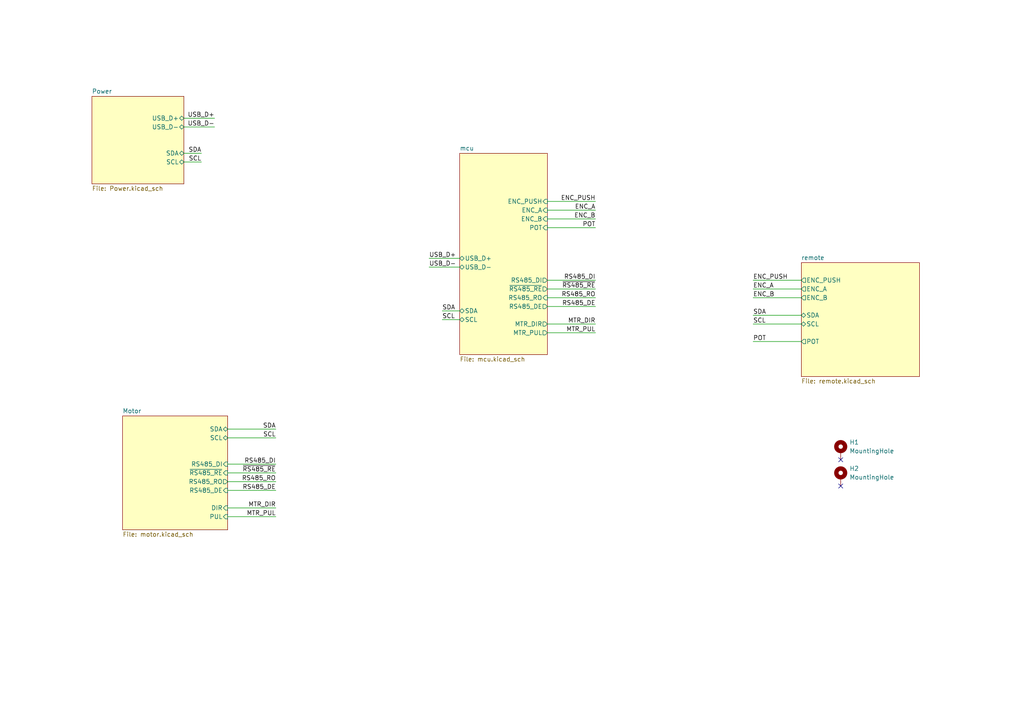
<source format=kicad_sch>
(kicad_sch (version 20231120) (generator "eeschema") (generator_version "8.0")
  (paper "A4")
  (title_block (title "OSSM!") (date "2024-08-21") (rev "V3.0 Beta 1") (company "Research & Desire"))
  (lib_symbols
    (symbol "Mechanical:MountingHole_Pad" (pin_numbers hide) (pin_names (offset 1.016) hide) (exclude_from_sim yes) (in_bom no)
      (property "Reference" "H" (at 0 6.35 0))
      (property "Value" "MountingHole_Pad" (at 0 4.445 0))
      (symbol "MountingHole_Pad_0_1"
        (circle (center 0 1.27) (radius 1.27) (stroke (width 1.27)))
      )
      (symbol "MountingHole_Pad_1_1"
        (pin input line (at 0 -2.54 90) (length 2.54) (name "1") (number "1"))
      )
    )
  )
  (no_connect (at 243.84 133.35))
  (no_connect (at 243.84 140.97))
  (wire (pts (xy 172.72 66.04) (xy 158.75 66.04)))
  (wire (pts (xy 172.72 60.96) (xy 158.75 60.96)))
  (wire (pts (xy 66.04 137.16) (xy 80.01 137.16)))
  (wire (pts (xy 66.04 139.7) (xy 80.01 139.7)))
  (wire (pts (xy 66.04 134.62) (xy 80.01 134.62)))
  (wire (pts (xy 133.35 90.17) (xy 128.27 90.17)))
  (wire (pts (xy 158.75 86.36) (xy 172.72 86.36)))
  (wire (pts (xy 66.04 124.46) (xy 80.01 124.46)))
  (wire (pts (xy 232.41 91.44) (xy 218.44 91.44)))
  (wire (pts (xy 133.35 77.47) (xy 124.46 77.47)))
  (wire (pts (xy 66.04 147.32) (xy 80.01 147.32)))
  (wire (pts (xy 218.44 83.82) (xy 232.41 83.82)))
  (wire (pts (xy 66.04 142.24) (xy 80.01 142.24)))
  (wire (pts (xy 158.75 83.82) (xy 172.72 83.82)))
  (wire (pts (xy 218.44 99.06) (xy 232.41 99.06)))
  (wire (pts (xy 232.41 93.98) (xy 218.44 93.98)))
  (wire (pts (xy 218.44 81.28) (xy 232.41 81.28)))
  (wire (pts (xy 172.72 63.5) (xy 158.75 63.5)))
  (wire (pts (xy 133.35 92.71) (xy 128.27 92.71)))
  (wire (pts (xy 218.44 86.36) (xy 232.41 86.36)))
  (wire (pts (xy 53.34 36.83) (xy 62.23 36.83)))
  (wire (pts (xy 158.75 93.98) (xy 172.72 93.98)))
  (wire (pts (xy 158.75 96.52) (xy 172.72 96.52)))
  (wire (pts (xy 66.04 127) (xy 80.01 127)))
  (wire (pts (xy 53.34 44.45) (xy 58.42 44.45)))
  (wire (pts (xy 158.75 81.28) (xy 172.72 81.28)))
  (wire (pts (xy 133.35 74.93) (xy 124.46 74.93)))
  (wire (pts (xy 158.75 88.9) (xy 172.72 88.9)))
  (wire (pts (xy 66.04 149.86) (xy 80.01 149.86)))
  (wire (pts (xy 53.34 46.99) (xy 58.42 46.99)))
  (wire (pts (xy 53.34 34.29) (xy 62.23 34.29)))
  (wire (pts (xy 172.72 58.42) (xy 158.75 58.42)))
  (label "MTR_DIR" (at 172.72 93.98 180))
  (label "RS485_RO" (at 80.01 139.7 180))
  (label "SDA" (at 218.44 91.44 0))
  (label "ENC_PUSH" (at 172.72 58.42 180))
  (label "~{RS485_RE}" (at 80.01 137.16 180))
  (label "RS485_DI" (at 80.01 134.62 180))
  (label "USB_D-" (at 124.46 77.47 0))
  (label "SDA" (at 128.27 90.17 0))
  (label "USB_D+" (at 62.23 34.29 180))
  (label "MTR_PUL" (at 80.01 149.86 180))
  (label "ENC_B" (at 172.72 63.5 180))
  (label "ENC_PUSH" (at 218.44 81.28 0))
  (label "MTR_PUL" (at 172.72 96.52 180))
  (label "SCL" (at 80.01 127 180))
  (label "USB_D-" (at 62.23 36.83 180))
  (label "ENC_A" (at 218.44 83.82 0))
  (label "SDA" (at 80.01 124.46 180))
  (label "ENC_A" (at 172.72 60.96 180))
  (label "RS485_DI" (at 172.72 81.28 180))
  (label "RS485_RO" (at 172.72 86.36 180))
  (label "SDA" (at 58.42 44.45 180))
  (label "RS485_DE" (at 80.01 142.24 180))
  (label "RS485_DE" (at 172.72 88.9 180))
  (label "POT" (at 218.44 99.06 0))
  (label "POT" (at 172.72 66.04 180))
  (label "MTR_DIR" (at 80.01 147.32 180))
  (label "~{RS485_RE}" (at 172.72 83.82 180))
  (label "SCL" (at 58.42 46.99 180))
  (label "SCL" (at 218.44 93.98 0))
  (label "ENC_B" (at 218.44 86.36 0))
  (label "SCL" (at 128.27 92.71 0))
  (label "USB_D+" (at 124.46 74.93 0))
  (symbol (lib_id "Mechanical:MountingHole_Pad") (at 243.84 130.81 0) (unit 1) (exclude_from_sim yes) (in_bom no)
    (property "Reference" "H1" (at 246.38 128.2699 0) (effects (justify left)))
    (property "Value" "MountingHole" (at 246.38 130.8099 0) (effects (justify left)))
    (property "Footprint" "MountingHole:MountingHole_4.3mm_M4_DIN965_Pad" (effects (hide yes)))
    (property "Description" "Mounting Hole with connection" (effects (hide yes)))
  )
  (symbol (lib_id "Mechanical:MountingHole_Pad") (at 243.84 138.43 0) (unit 1) (exclude_from_sim yes) (in_bom no)
    (property "Reference" "H2" (at 246.38 135.8899 0) (effects (justify left)))
    (property "Value" "MountingHole" (at 246.38 138.4299 0) (effects (justify left)))
    (property "Footprint" "MountingHole:MountingHole_4.3mm_M4_DIN965_Pad" (effects (hide yes)))
    (property "Description" "Mounting Hole with connection" (effects (hide yes)))
  )
  (sheet (at 35.56 120.65) (size 30.48 33.02) (stroke (width 0.1524)) (fill (color 255 255 194 1.0000))
    (property "Sheetname" "Motor" (at 35.56 119.9384 0) (effects (justify left bottom)))
    (property "Sheetfile" "motor.kicad_sch" (at 35.56 154.2546 0) (effects (justify left top)))
    (pin "RS485_DI" input (at 66.04 134.62 0))
    (pin "~{RS485_RE}" input (at 66.04 137.16 0))
    (pin "RS485_RO" output (at 66.04 139.7 0))
    (pin "RS485_DE" input (at 66.04 142.24 0))
    (pin "DIR" input (at 66.04 147.32 0))
    (pin "PUL" input (at 66.04 149.86 0))
    (pin "SCL" bidirectional (at 66.04 127 0))
    (pin "SDA" bidirectional (at 66.04 124.46 0))
  )
  (sheet (at 133.35 44.45) (size 25.4 58.42) (stroke (width 0.1524)) (fill (color 255 255 194 1.0000))
    (property "Sheetname" "mcu" (at 133.35 43.7384 0) (effects (justify left bottom)))
    (property "Sheetfile" "mcu.kicad_sch" (at 133.35 103.4546 0) (effects (justify left top)))
    (pin "SCL" bidirectional (at 133.35 92.71 180))
    (pin "SDA" bidirectional (at 133.35 90.17 180))
    (pin "USB_D-" bidirectional (at 133.35 77.47 180))
    (pin "USB_D+" bidirectional (at 133.35 74.93 180))
    (pin "ENC_B" input (at 158.75 63.5 0))
    (pin "ENC_PUSH" input (at 158.75 58.42 0))
    (pin "ENC_A" input (at 158.75 60.96 0))
    (pin "POT" input (at 158.75 66.04 0))
    (pin "RS485_DE" output (at 158.75 88.9 0))
    (pin "RS485_RO" input (at 158.75 86.36 0))
    (pin "MTR_PUL" output (at 158.75 96.52 0))
    (pin "~{RS485_RE}" output (at 158.75 83.82 0))
    (pin "MTR_DIR" output (at 158.75 93.98 0))
    (pin "RS485_DI" output (at 158.75 81.28 0))
  )
  (sheet (at 232.41 76.2) (size 34.29 33.02) (stroke (width 0.1524)) (fill (color 255 255 194 1.0000))
    (property "Sheetname" "remote" (at 232.41 75.4884 0) (effects (justify left bottom)))
    (property "Sheetfile" "remote.kicad_sch" (at 232.41 109.8046 0) (effects (justify left top)))
    (pin "ENC_PUSH" output (at 232.41 81.28 180))
    (pin "SCL" bidirectional (at 232.41 93.98 180))
    (pin "ENC_B" output (at 232.41 86.36 180))
    (pin "SDA" bidirectional (at 232.41 91.44 180))
    (pin "ENC_A" output (at 232.41 83.82 180))
    (pin "POT" output (at 232.41 99.06 180))
  )
  (sheet (at 26.67 27.94) (size 26.67 25.4) (stroke (width 0.1524)) (fill (color 255 255 194 1.0000))
    (property "Sheetname" "Power" (at 26.67 27.2284 0) (effects (justify left bottom)))
    (property "Sheetfile" "Power.kicad_sch" (at 26.67 53.9246 0) (effects (justify left top)))
    (pin "USB_D-" bidirectional (at 53.34 36.83 0))
    (pin "USB_D+" bidirectional (at 53.34 34.29 0))
    (pin "SDA" bidirectional (at 53.34 44.45 0))
    (pin "SCL" bidirectional (at 53.34 46.99 0))
  )
)
</source>
